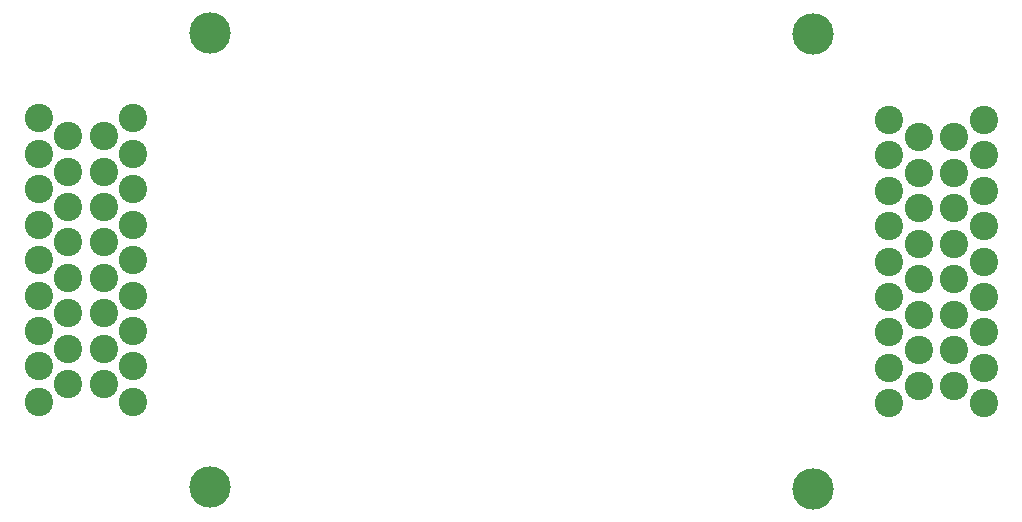
<source format=gbr>
G04*
G04 #@! TF.GenerationSoftware,Altium Limited,Altium Designer,22.4.2 (48)*
G04*
G04 Layer_Color=8388736*
%FSLAX25Y25*%
%MOIN*%
G70*
G04*
G04 #@! TF.SameCoordinates,6C7EA4D3-1DBA-4452-8A60-7FA1E15C8F26*
G04*
G04*
G04 #@! TF.FilePolarity,Negative*
G04*
G01*
G75*
%ADD13C,0.13792*%
%ADD14C,0.09461*%
D13*
X368500Y114500D02*
D03*
Y266075D02*
D03*
X167591Y266531D02*
D03*
Y114957D02*
D03*
D14*
X394091Y237531D02*
D03*
Y225721D02*
D03*
Y213910D02*
D03*
Y202098D02*
D03*
Y190287D02*
D03*
Y178476D02*
D03*
Y166665D02*
D03*
Y154854D02*
D03*
Y143043D02*
D03*
X403933Y231626D02*
D03*
Y219815D02*
D03*
Y208004D02*
D03*
Y196193D02*
D03*
Y184382D02*
D03*
Y172571D02*
D03*
Y160760D02*
D03*
Y148949D02*
D03*
X415744Y231626D02*
D03*
Y219815D02*
D03*
Y208004D02*
D03*
Y196193D02*
D03*
Y184382D02*
D03*
Y172571D02*
D03*
Y160760D02*
D03*
Y148949D02*
D03*
X425587Y237531D02*
D03*
Y225721D02*
D03*
Y213910D02*
D03*
Y202098D02*
D03*
Y190287D02*
D03*
Y178476D02*
D03*
Y166665D02*
D03*
Y154854D02*
D03*
Y143043D02*
D03*
X142000Y143500D02*
D03*
Y155311D02*
D03*
Y167122D02*
D03*
Y178933D02*
D03*
Y190744D02*
D03*
Y202555D02*
D03*
Y214366D02*
D03*
Y226177D02*
D03*
Y237988D02*
D03*
X132158Y149406D02*
D03*
Y161216D02*
D03*
Y173028D02*
D03*
Y184839D02*
D03*
Y196650D02*
D03*
Y208461D02*
D03*
Y220272D02*
D03*
Y232083D02*
D03*
X120346Y149406D02*
D03*
Y161216D02*
D03*
Y173028D02*
D03*
Y184839D02*
D03*
Y196650D02*
D03*
Y208461D02*
D03*
Y220272D02*
D03*
Y232083D02*
D03*
X110504Y143500D02*
D03*
Y155311D02*
D03*
Y167122D02*
D03*
Y178933D02*
D03*
Y190744D02*
D03*
Y202555D02*
D03*
Y214366D02*
D03*
Y226177D02*
D03*
Y237988D02*
D03*
M02*

</source>
